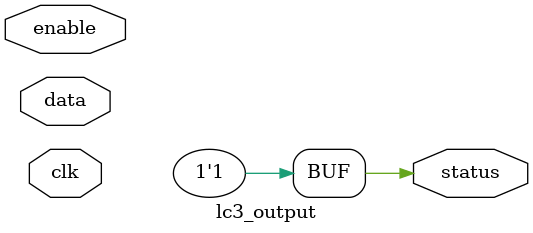
<source format=v>
module lc3_output (
    input clk,
    input [7:0] data,
    input enable,
    output status

);

assign status = 1'b1;

endmodule
</source>
